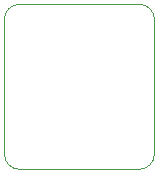
<source format=gbr>
G04 #@! TF.FileFunction,Profile,NP*
%FSLAX46Y46*%
G04 Gerber Fmt 4.6, Leading zero omitted, Abs format (unit mm)*
G04 Created by KiCad (PCBNEW (2015-01-02 BZR 5348)-product) date 4/1/2015 11:05:10 PM*
%MOMM*%
G01*
G04 APERTURE LIST*
%ADD10C,0.100000*%
G04 APERTURE END LIST*
D10*
X139700000Y-101600000D02*
X139700000Y-90170000D01*
X151130000Y-102870000D02*
X140970000Y-102870000D01*
X152400000Y-90170000D02*
X152400000Y-101600000D01*
X140970000Y-88900000D02*
X151130000Y-88900000D01*
X151130000Y-102870000D02*
G75*
G03X152400000Y-101600000I0J1270000D01*
G01*
X139700000Y-101600000D02*
G75*
G03X140970000Y-102870000I1270000J0D01*
G01*
X140970000Y-88900000D02*
G75*
G03X139700000Y-90170000I0J-1270000D01*
G01*
X152400000Y-90170000D02*
G75*
G03X151130000Y-88900000I-1270000J0D01*
G01*
M02*

</source>
